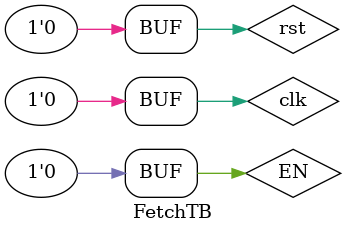
<source format=sv>
module FetchTB ();
	logic clk, rst, EN; 
	logic [31:0] PC;

	Fetch uut(clk, rst, EN,PC);
	always begin
		clk <=1; #5; clk<=0; #5;
	end
	
	initial begin
	rst = 1'b0;
	EN = 1'b0;
	end

endmodule
</source>
